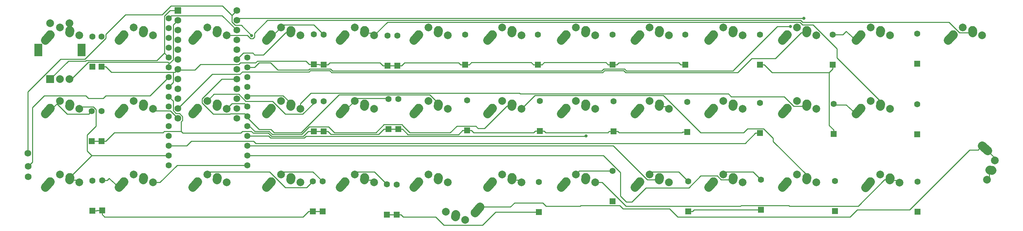
<source format=gtl>
G04 #@! TF.GenerationSoftware,KiCad,Pcbnew,(5.1.5-0-10_14)*
G04 #@! TF.CreationDate,2021-05-19T21:25:40+03:00*
G04 #@! TF.ProjectId,PRKL30,50524b4c-3330-42e6-9b69-6361645f7063,rev?*
G04 #@! TF.SameCoordinates,Original*
G04 #@! TF.FileFunction,Copper,L1,Top*
G04 #@! TF.FilePolarity,Positive*
%FSLAX46Y46*%
G04 Gerber Fmt 4.6, Leading zero omitted, Abs format (unit mm)*
G04 Created by KiCad (PCBNEW (5.1.5-0-10_14)) date 2021-05-19 21:25:40*
%MOMM*%
%LPD*%
G04 APERTURE LIST*
%ADD10C,1.600000*%
%ADD11R,1.600000X1.600000*%
%ADD12R,2.000000X2.000000*%
%ADD13C,2.000000*%
%ADD14R,2.000000X3.200000*%
%ADD15C,2.250000*%
%ADD16C,2.250000*%
%ADD17C,1.752600*%
%ADD18R,1.752600X1.752600*%
%ADD19C,0.800000*%
%ADD20C,0.250000*%
G04 APERTURE END LIST*
D10*
X146558000Y-62902000D03*
D11*
X146558000Y-70702000D03*
D12*
X59412500Y-74175000D03*
D13*
X61912500Y-74175000D03*
X64412500Y-74175000D03*
D14*
X56312500Y-66675000D03*
X67512500Y-66675000D03*
D13*
X59412500Y-59675000D03*
X64412500Y-59675000D03*
D10*
X110363000Y-68580000D03*
X110363000Y-71120000D03*
X110363000Y-73660000D03*
X110363000Y-76200000D03*
X110363000Y-78740000D03*
X110363000Y-81280000D03*
X110363000Y-83820000D03*
X110363000Y-86360000D03*
X110363000Y-88900000D03*
X110363000Y-96520000D03*
X110363000Y-91440000D03*
X110363000Y-93980000D03*
X90043000Y-58420000D03*
X90043000Y-60960000D03*
X90043000Y-63500000D03*
X90043000Y-66040000D03*
X90043000Y-68580000D03*
X90043000Y-71120000D03*
X90043000Y-73660000D03*
X90043000Y-76200000D03*
X90043000Y-78740000D03*
X90043000Y-81280000D03*
X90043000Y-83820000D03*
X90043000Y-86360000D03*
X90043000Y-88900000D03*
X90043000Y-91440000D03*
X90043000Y-93980000D03*
X90043000Y-96520000D03*
D15*
X164188000Y-109275000D02*
X164148458Y-109855032D01*
D16*
X164148000Y-109855000D03*
D15*
X170498000Y-107315000D02*
X169188010Y-108775008D01*
D16*
X169188000Y-108775000D03*
D13*
X161688000Y-108575000D03*
X166688000Y-110675000D03*
X303600000Y-95250000D03*
X301500000Y-100250000D03*
D16*
X301700000Y-92750000D03*
D15*
X300240000Y-91440000D02*
X301700008Y-92749990D01*
D16*
X302780000Y-97790000D03*
D15*
X302200000Y-97750000D02*
X302780032Y-97789542D01*
D10*
X130048000Y-62648000D03*
D11*
X130048000Y-70448000D03*
D17*
X107620000Y-56430000D03*
X92380000Y-84370000D03*
X107620000Y-58970000D03*
X107620000Y-61510000D03*
X107620000Y-64050000D03*
X107620000Y-66590000D03*
X107620000Y-69130000D03*
X107620000Y-71670000D03*
X107620000Y-74210000D03*
X107620000Y-76750000D03*
X107620000Y-79290000D03*
X107620000Y-81830000D03*
X107620000Y-84370000D03*
X92380000Y-81830000D03*
X92380000Y-79290000D03*
X92380000Y-76750000D03*
X92380000Y-74210000D03*
X92380000Y-71670000D03*
X92380000Y-69130000D03*
X92380000Y-66590000D03*
X92380000Y-64050000D03*
X92380000Y-61510000D03*
X92380000Y-58970000D03*
D18*
X92380000Y-56430000D03*
D10*
X70300000Y-63156000D03*
D11*
X70300000Y-70956000D03*
D10*
X72644000Y-63156000D03*
D11*
X72644000Y-70956000D03*
D10*
X127508000Y-62597000D03*
D11*
X127508000Y-70397000D03*
X149098000Y-70702000D03*
D10*
X149098000Y-62902000D03*
D11*
X166624000Y-70448000D03*
D10*
X166624000Y-62648000D03*
D11*
X185420000Y-70448000D03*
D10*
X185420000Y-62648000D03*
D11*
X204724000Y-70448000D03*
D10*
X204724000Y-62648000D03*
D11*
X223520000Y-70448000D03*
D10*
X223520000Y-62648000D03*
D11*
X242824000Y-70448000D03*
D10*
X242824000Y-62648000D03*
D11*
X261620000Y-70448000D03*
D10*
X261620000Y-62648000D03*
D11*
X283464000Y-70245000D03*
D10*
X283464000Y-62445000D03*
D11*
X70104000Y-90311000D03*
D10*
X70104000Y-82511000D03*
D11*
X72644000Y-90260000D03*
D10*
X72644000Y-82460000D03*
D11*
X127508000Y-87720000D03*
D10*
X127508000Y-79920000D03*
D11*
X130048000Y-87736000D03*
D10*
X130048000Y-79936000D03*
D11*
X146812000Y-87161000D03*
D10*
X146812000Y-79361000D03*
D11*
X149352000Y-87161000D03*
D10*
X149352000Y-79361000D03*
D11*
X167132000Y-87517000D03*
D10*
X167132000Y-79717000D03*
X185928000Y-79826000D03*
D11*
X185928000Y-87626000D03*
D10*
X204978000Y-79920000D03*
D11*
X204978000Y-87720000D03*
D10*
X224028000Y-80080000D03*
D11*
X224028000Y-87880000D03*
D10*
X242824000Y-80377000D03*
D11*
X242824000Y-88177000D03*
D10*
X261874000Y-80631000D03*
D11*
X261874000Y-88431000D03*
D10*
X70300000Y-100500000D03*
D11*
X70300000Y-108300000D03*
D10*
X72800000Y-100400000D03*
D11*
X72800000Y-108200000D03*
D10*
X127300000Y-100700000D03*
D11*
X127300000Y-108500000D03*
D10*
X129800000Y-100700000D03*
D11*
X129800000Y-108500000D03*
D10*
X146420000Y-101480000D03*
D11*
X146420000Y-109280000D03*
D10*
X148930000Y-101500000D03*
D11*
X148930000Y-109300000D03*
D10*
X185740000Y-100842000D03*
D11*
X185740000Y-108642000D03*
D10*
X204786000Y-98016000D03*
D11*
X204786000Y-105816000D03*
D10*
X224282000Y-100658000D03*
D11*
X224282000Y-108458000D03*
X243078000Y-108040000D03*
D10*
X243078000Y-100240000D03*
D11*
X262276000Y-108376000D03*
D10*
X262276000Y-100576000D03*
D11*
X283566000Y-108556000D03*
D10*
X283566000Y-100756000D03*
D15*
X64412500Y-62175000D02*
X64452042Y-61594968D01*
D16*
X64452500Y-61595000D03*
D15*
X58102500Y-64135000D02*
X59412490Y-62674992D01*
D16*
X59412500Y-62675000D03*
D13*
X66912500Y-62875000D03*
X61912500Y-60775000D03*
X80962500Y-60775000D03*
X85962500Y-62875000D03*
D16*
X78462500Y-62675000D03*
D15*
X77152500Y-64135000D02*
X78462490Y-62674992D01*
D16*
X83502500Y-61595000D03*
D15*
X83462500Y-62175000D02*
X83502042Y-61594968D01*
X102512000Y-62175000D02*
X102551542Y-61594968D01*
D16*
X102552000Y-61595000D03*
D15*
X96202000Y-64135000D02*
X97511990Y-62674992D01*
D16*
X97512000Y-62675000D03*
D13*
X105012000Y-62875000D03*
X100012000Y-60775000D03*
X119062000Y-60775000D03*
X124062000Y-62875000D03*
D16*
X116562000Y-62675000D03*
D15*
X115252000Y-64135000D02*
X116561990Y-62674992D01*
D16*
X121602000Y-61595000D03*
D15*
X121562000Y-62175000D02*
X121601542Y-61594968D01*
D13*
X138112000Y-60775000D03*
X143112000Y-62875000D03*
D16*
X135612000Y-62675000D03*
D15*
X134302000Y-64135000D02*
X135611990Y-62674992D01*
D16*
X140652000Y-61595000D03*
D15*
X140612000Y-62175000D02*
X140651542Y-61594968D01*
D13*
X157162000Y-60775000D03*
X162162000Y-62875000D03*
D16*
X154662000Y-62675000D03*
D15*
X153352000Y-64135000D02*
X154661990Y-62674992D01*
D16*
X159702000Y-61595000D03*
D15*
X159662000Y-62175000D02*
X159701542Y-61594968D01*
D13*
X176212000Y-60775000D03*
X181212000Y-62875000D03*
D16*
X173712000Y-62675000D03*
D15*
X172402000Y-64135000D02*
X173711990Y-62674992D01*
D16*
X178752000Y-61595000D03*
D15*
X178712000Y-62175000D02*
X178751542Y-61594968D01*
D13*
X195262000Y-60775000D03*
X200262000Y-62875000D03*
D16*
X192762000Y-62675000D03*
D15*
X191452000Y-64135000D02*
X192761990Y-62674992D01*
D16*
X197802000Y-61595000D03*
D15*
X197762000Y-62175000D02*
X197801542Y-61594968D01*
D13*
X214312000Y-60775000D03*
X219312000Y-62875000D03*
D16*
X211812000Y-62675000D03*
D15*
X210502000Y-64135000D02*
X211811990Y-62674992D01*
D16*
X216852000Y-61595000D03*
D15*
X216812000Y-62175000D02*
X216851542Y-61594968D01*
X235862000Y-62175000D02*
X235901542Y-61594968D01*
D16*
X235902000Y-61595000D03*
D15*
X229552000Y-64135000D02*
X230861990Y-62674992D01*
D16*
X230862000Y-62675000D03*
D13*
X238362000Y-62875000D03*
X233362000Y-60775000D03*
X252412000Y-60775000D03*
X257412000Y-62875000D03*
D16*
X249912000Y-62675000D03*
D15*
X248602000Y-64135000D02*
X249911990Y-62674992D01*
D16*
X254952000Y-61595000D03*
D15*
X254912000Y-62175000D02*
X254951542Y-61594968D01*
D13*
X271462000Y-60775000D03*
X276462000Y-62875000D03*
D16*
X268962000Y-62675000D03*
D15*
X267652000Y-64135000D02*
X268961990Y-62674992D01*
D16*
X274002000Y-61595000D03*
D15*
X273962000Y-62175000D02*
X274001542Y-61594968D01*
D13*
X61912500Y-79825000D03*
X66912500Y-81925000D03*
D16*
X59412500Y-81725000D03*
D15*
X58102500Y-83185000D02*
X59412490Y-81724992D01*
D16*
X64452500Y-80645000D03*
D15*
X64412500Y-81225000D02*
X64452042Y-80644968D01*
D13*
X80962500Y-79825000D03*
X85962500Y-81925000D03*
D16*
X78462500Y-81725000D03*
D15*
X77152500Y-83185000D02*
X78462490Y-81724992D01*
D16*
X83502500Y-80645000D03*
D15*
X83462500Y-81225000D02*
X83502042Y-80644968D01*
D13*
X100012000Y-79825000D03*
X105012000Y-81925000D03*
D16*
X97512000Y-81725000D03*
D15*
X96202000Y-83185000D02*
X97511990Y-81724992D01*
D16*
X102552000Y-80645000D03*
D15*
X102512000Y-81225000D02*
X102551542Y-80644968D01*
D13*
X119062000Y-79825000D03*
X124062000Y-81925000D03*
D16*
X116562000Y-81725000D03*
D15*
X115252000Y-83185000D02*
X116561990Y-81724992D01*
D16*
X121602000Y-80645000D03*
D15*
X121562000Y-81225000D02*
X121601542Y-80644968D01*
D13*
X138112000Y-79825000D03*
X143112000Y-81925000D03*
D16*
X135612000Y-81725000D03*
D15*
X134302000Y-83185000D02*
X135611990Y-81724992D01*
D16*
X140652000Y-80645000D03*
D15*
X140612000Y-81225000D02*
X140651542Y-80644968D01*
D13*
X157162000Y-79825000D03*
X162162000Y-81925000D03*
D16*
X154662000Y-81725000D03*
D15*
X153352000Y-83185000D02*
X154661990Y-81724992D01*
D16*
X159702000Y-80645000D03*
D15*
X159662000Y-81225000D02*
X159701542Y-80644968D01*
D13*
X176212000Y-79825000D03*
X181212000Y-81925000D03*
D16*
X173712000Y-81725000D03*
D15*
X172402000Y-83185000D02*
X173711990Y-81724992D01*
D16*
X178752000Y-80645000D03*
D15*
X178712000Y-81225000D02*
X178751542Y-80644968D01*
D13*
X195262000Y-79825000D03*
X200262000Y-81925000D03*
D16*
X192762000Y-81725000D03*
D15*
X191452000Y-83185000D02*
X192761990Y-81724992D01*
D16*
X197802000Y-80645000D03*
D15*
X197762000Y-81225000D02*
X197801542Y-80644968D01*
X216812000Y-81225000D02*
X216851542Y-80644968D01*
D16*
X216852000Y-80645000D03*
D15*
X210502000Y-83185000D02*
X211811990Y-81724992D01*
D16*
X211812000Y-81725000D03*
D13*
X219312000Y-81925000D03*
X214312000Y-79825000D03*
D15*
X235862000Y-81225000D02*
X235901542Y-80644968D01*
D16*
X235902000Y-80645000D03*
D15*
X229552000Y-83185000D02*
X230861990Y-81724992D01*
D16*
X230862000Y-81725000D03*
D13*
X238362000Y-81925000D03*
X233362000Y-79825000D03*
D15*
X254912000Y-81225000D02*
X254951542Y-80644968D01*
D16*
X254952000Y-80645000D03*
D15*
X248602000Y-83185000D02*
X249911990Y-81724992D01*
D16*
X249912000Y-81725000D03*
D13*
X257412000Y-81925000D03*
X252412000Y-79825000D03*
D15*
X273962000Y-81225000D02*
X274001542Y-80644968D01*
D16*
X274002000Y-80645000D03*
D15*
X267652000Y-83185000D02*
X268961990Y-81724992D01*
D16*
X268962000Y-81725000D03*
D13*
X276462000Y-81925000D03*
X271462000Y-79825000D03*
D15*
X64412500Y-100275000D02*
X64452042Y-99694968D01*
D16*
X64452500Y-99695000D03*
D15*
X58102500Y-102235000D02*
X59412490Y-100774992D01*
D16*
X59412500Y-100775000D03*
D13*
X66912500Y-100975000D03*
X61912500Y-98875000D03*
D15*
X83462500Y-100275000D02*
X83502042Y-99694968D01*
D16*
X83502500Y-99695000D03*
D15*
X77152500Y-102235000D02*
X78462490Y-100774992D01*
D16*
X78462500Y-100775000D03*
D13*
X85962500Y-100975000D03*
X80962500Y-98875000D03*
D15*
X102512000Y-100275000D02*
X102551542Y-99694968D01*
D16*
X102552000Y-99695000D03*
D15*
X96202000Y-102235000D02*
X97511990Y-100774992D01*
D16*
X97512000Y-100775000D03*
D13*
X105012000Y-100975000D03*
X100012000Y-98875000D03*
D15*
X121562000Y-100275000D02*
X121601542Y-99694968D01*
D16*
X121602000Y-99695000D03*
D15*
X115252000Y-102235000D02*
X116561990Y-100774992D01*
D16*
X116562000Y-100775000D03*
D13*
X124062000Y-100975000D03*
X119062000Y-98875000D03*
D15*
X140612000Y-100275000D02*
X140651542Y-99694968D01*
D16*
X140652000Y-99695000D03*
D15*
X134302000Y-102235000D02*
X135611990Y-100774992D01*
D16*
X135612000Y-100775000D03*
D13*
X143112000Y-100975000D03*
X138112000Y-98875000D03*
X157162000Y-98875000D03*
X162162000Y-100975000D03*
D16*
X154662000Y-100775000D03*
D15*
X153352000Y-102235000D02*
X154661990Y-100774992D01*
D16*
X159702000Y-99695000D03*
D15*
X159662000Y-100275000D02*
X159701542Y-99694968D01*
X178712000Y-100275000D02*
X178751542Y-99694968D01*
D16*
X178752000Y-99695000D03*
D15*
X172402000Y-102235000D02*
X173711990Y-100774992D01*
D16*
X173712000Y-100775000D03*
D13*
X181212000Y-100975000D03*
X176212000Y-98875000D03*
D15*
X197762000Y-100275000D02*
X197801542Y-99694968D01*
D16*
X197802000Y-99695000D03*
D15*
X191452000Y-102235000D02*
X192761990Y-100774992D01*
D16*
X192762000Y-100775000D03*
D13*
X200262000Y-100975000D03*
X195262000Y-98875000D03*
D15*
X216812000Y-100275000D02*
X216851542Y-99694968D01*
D16*
X216852000Y-99695000D03*
D15*
X210502000Y-102235000D02*
X211811990Y-100774992D01*
D16*
X211812000Y-100775000D03*
D13*
X219312000Y-100975000D03*
X214312000Y-98875000D03*
D15*
X235862000Y-100275000D02*
X235901542Y-99694968D01*
D16*
X235902000Y-99695000D03*
D15*
X229552000Y-102235000D02*
X230861990Y-100774992D01*
D16*
X230862000Y-100775000D03*
D13*
X238362000Y-100975000D03*
X233362000Y-98875000D03*
D15*
X254912000Y-100275000D02*
X254951542Y-99694968D01*
D16*
X254952000Y-99695000D03*
D15*
X248602000Y-102235000D02*
X249911990Y-100774992D01*
D16*
X249912000Y-100775000D03*
D13*
X257412000Y-100975000D03*
X252412000Y-98875000D03*
D15*
X276400000Y-100300000D02*
X276439542Y-99719968D01*
D16*
X276440000Y-99720000D03*
D15*
X270090000Y-102260000D02*
X271399990Y-100799992D01*
D16*
X271400000Y-100800000D03*
D13*
X278900000Y-101000000D03*
X273900000Y-98900000D03*
D15*
X297775000Y-62175000D02*
X297814542Y-61594968D01*
D16*
X297815000Y-61595000D03*
D15*
X291465000Y-64135000D02*
X292774990Y-62674992D01*
D16*
X292775000Y-62675000D03*
D13*
X300275000Y-62875000D03*
X295275000Y-60775000D03*
D11*
X283464000Y-88482000D03*
D10*
X283464000Y-80682000D03*
D17*
X53700000Y-96800000D03*
X53700000Y-99500000D03*
X53600000Y-93400000D03*
D19*
X197866100Y-88900000D03*
X254188400Y-58471200D03*
X111486300Y-62927800D03*
X250687900Y-60512400D03*
D20*
X119062000Y-60775000D02*
X119695000Y-60142000D01*
X119695000Y-60142000D02*
X127542000Y-60142000D01*
X127542000Y-60142000D02*
X130048000Y-62648000D01*
X116562000Y-62675000D02*
X117162000Y-62675000D01*
X117162000Y-62675000D02*
X119062000Y-60775000D01*
X267652000Y-64135000D02*
X265088200Y-61834700D01*
X261620000Y-62648000D02*
X264274900Y-62648000D01*
X264274900Y-62648000D02*
X265088200Y-61834700D01*
X61129000Y-80608500D02*
X61912500Y-79825000D01*
X59412500Y-81725000D02*
X60012500Y-81725000D01*
X60012500Y-81725000D02*
X61129000Y-80608500D01*
X61129000Y-80608500D02*
X63785500Y-83265100D01*
X63785500Y-83265100D02*
X69349900Y-83265100D01*
X69349900Y-83265100D02*
X70104000Y-82511000D01*
X59575100Y-82561300D02*
X59412500Y-82398700D01*
X59412500Y-82398700D02*
X59412500Y-81725000D01*
X58102500Y-83035000D02*
X59412500Y-81725000D01*
X58102500Y-83185000D02*
X58102500Y-83035000D01*
X100012000Y-79825000D02*
X101750400Y-78086600D01*
X101750400Y-78086600D02*
X108117000Y-78086600D01*
X108117000Y-78086600D02*
X109954400Y-79924000D01*
X109954400Y-79924000D02*
X116835400Y-79924000D01*
X116835400Y-79924000D02*
X120194900Y-83283500D01*
X120194900Y-83283500D02*
X124657200Y-83283500D01*
X124657200Y-83283500D02*
X127508000Y-80432700D01*
X127508000Y-80432700D02*
X127508000Y-79920000D01*
X96202000Y-83035000D02*
X97512000Y-81725000D01*
X96202000Y-83185000D02*
X96202000Y-83035000D01*
X135612000Y-81725000D02*
X136212000Y-81725000D01*
X136212000Y-81725000D02*
X138112000Y-79825000D01*
X138112000Y-79825000D02*
X138770500Y-79166500D01*
X138770500Y-79166500D02*
X146617500Y-79166500D01*
X146617500Y-79166500D02*
X146812000Y-79361000D01*
X267652000Y-83185000D02*
X265088200Y-80884700D01*
X265088200Y-80884700D02*
X265088100Y-80884800D01*
X265088100Y-80884800D02*
X262127800Y-80884800D01*
X262127800Y-80884800D02*
X261874000Y-80631000D01*
X77152500Y-102235000D02*
X74588700Y-99934700D01*
X74588700Y-99934700D02*
X74123400Y-100400000D01*
X74123400Y-100400000D02*
X72800000Y-100400000D01*
X97512000Y-100775000D02*
X97512000Y-101448700D01*
X97512000Y-101448700D02*
X97674600Y-101611300D01*
X100012000Y-98875000D02*
X100646800Y-98240200D01*
X100646800Y-98240200D02*
X116081700Y-98240200D01*
X116081700Y-98240200D02*
X120154200Y-102312700D01*
X120154200Y-102312700D02*
X125687300Y-102312700D01*
X125687300Y-102312700D02*
X127300000Y-100700000D01*
X96202000Y-102085000D02*
X97512000Y-100775000D01*
X96202000Y-102235000D02*
X96202000Y-102085000D01*
X119062000Y-98875000D02*
X119725700Y-98211300D01*
X119725700Y-98211300D02*
X127311300Y-98211300D01*
X127311300Y-98211300D02*
X129800000Y-100700000D01*
X138112000Y-98875000D02*
X138758800Y-98228200D01*
X138758800Y-98228200D02*
X143168200Y-98228200D01*
X143168200Y-98228200D02*
X146420000Y-101480000D01*
X195262000Y-98875000D02*
X196121000Y-98016000D01*
X196121000Y-98016000D02*
X204786000Y-98016000D01*
X214312000Y-98875000D02*
X214952900Y-98234100D01*
X214952900Y-98234100D02*
X221858100Y-98234100D01*
X221858100Y-98234100D02*
X224282000Y-100658000D01*
X233362000Y-98875000D02*
X233994900Y-98242100D01*
X233994900Y-98242100D02*
X241080100Y-98242100D01*
X241080100Y-98242100D02*
X243078000Y-100240000D01*
X126382700Y-70397000D02*
X125483100Y-69497400D01*
X125483100Y-69497400D02*
X112955100Y-69497400D01*
X112955100Y-69497400D02*
X112504800Y-69947700D01*
X112504800Y-69947700D02*
X108565000Y-69947700D01*
X108565000Y-69947700D02*
X108112700Y-70400000D01*
X108112700Y-70400000D02*
X98224900Y-70400000D01*
X98224900Y-70400000D02*
X96787600Y-71837300D01*
X96787600Y-71837300D02*
X92547300Y-71837300D01*
X92547300Y-71837300D02*
X92380000Y-71670000D01*
X127508000Y-70397000D02*
X126382700Y-70397000D01*
X128922700Y-70448000D02*
X128871700Y-70397000D01*
X128871700Y-70397000D02*
X127508000Y-70397000D01*
X92380000Y-71670000D02*
X91660000Y-72390000D01*
X91660000Y-72390000D02*
X91178300Y-72390000D01*
X91178300Y-72390000D02*
X75203300Y-72390000D01*
X75203300Y-72390000D02*
X73769300Y-70956000D01*
X91178300Y-72390000D02*
X91178300Y-75064700D01*
X91178300Y-75064700D02*
X90043000Y-76200000D01*
X72644000Y-70956000D02*
X73769300Y-70956000D01*
X204724000Y-70448000D02*
X205849300Y-70448000D01*
X223520000Y-70448000D02*
X222394700Y-70448000D01*
X222394700Y-70448000D02*
X221886100Y-69939400D01*
X221886100Y-69939400D02*
X206357900Y-69939400D01*
X206357900Y-69939400D02*
X205849300Y-70448000D01*
X185420000Y-70448000D02*
X186545300Y-70448000D01*
X204724000Y-70448000D02*
X203598700Y-70448000D01*
X203598700Y-70448000D02*
X203054300Y-69903600D01*
X203054300Y-69903600D02*
X187089700Y-69903600D01*
X187089700Y-69903600D02*
X186545300Y-70448000D01*
X166624000Y-70448000D02*
X167749300Y-70448000D01*
X185420000Y-70448000D02*
X184294700Y-70448000D01*
X184294700Y-70448000D02*
X183750300Y-69903600D01*
X183750300Y-69903600D02*
X168293700Y-69903600D01*
X168293700Y-69903600D02*
X167749300Y-70448000D01*
X130048000Y-70448000D02*
X131173300Y-70448000D01*
X146558000Y-70702000D02*
X145432700Y-70702000D01*
X145432700Y-70702000D02*
X144670600Y-69939900D01*
X144670600Y-69939900D02*
X131681400Y-69939900D01*
X131681400Y-69939900D02*
X131173300Y-70448000D01*
X149098000Y-70702000D02*
X146558000Y-70702000D01*
X149098000Y-70702000D02*
X150223300Y-70702000D01*
X166624000Y-70448000D02*
X165498700Y-70448000D01*
X165498700Y-70448000D02*
X164987300Y-69936600D01*
X164987300Y-69936600D02*
X150988700Y-69936600D01*
X150988700Y-69936600D02*
X150223300Y-70702000D01*
X130048000Y-70448000D02*
X128922700Y-70448000D01*
X93270900Y-87733600D02*
X93651400Y-88114100D01*
X93651400Y-88114100D02*
X108665600Y-88114100D01*
X108665600Y-88114100D02*
X109046100Y-87733600D01*
X109046100Y-87733600D02*
X111394500Y-87733600D01*
X111394500Y-87733600D02*
X111844800Y-88183900D01*
X111844800Y-88183900D02*
X115792300Y-88183900D01*
X115792300Y-88183900D02*
X116573700Y-88965300D01*
X116573700Y-88965300D02*
X124856700Y-88965300D01*
X124856700Y-88965300D02*
X126102000Y-87720000D01*
X126102000Y-87720000D02*
X126382700Y-87720000D01*
X73769300Y-90260000D02*
X75985000Y-88044300D01*
X75985000Y-88044300D02*
X88549500Y-88044300D01*
X88549500Y-88044300D02*
X88860200Y-87733600D01*
X88860200Y-87733600D02*
X93270900Y-87733600D01*
X93270900Y-87733600D02*
X93270900Y-85241300D01*
X93270900Y-85241300D02*
X93619600Y-84892600D01*
X93619600Y-84892600D02*
X93619600Y-83888700D01*
X93619600Y-83888700D02*
X92830900Y-83100000D01*
X92830900Y-83100000D02*
X91924400Y-83100000D01*
X91924400Y-83100000D02*
X91178300Y-82353900D01*
X91178300Y-82353900D02*
X91178300Y-79875300D01*
X91178300Y-79875300D02*
X90043000Y-78740000D01*
X131173300Y-87736000D02*
X131943800Y-88506500D01*
X131943800Y-88506500D02*
X144341200Y-88506500D01*
X144341200Y-88506500D02*
X145686700Y-87161000D01*
X150477300Y-87161000D02*
X151856000Y-88539700D01*
X151856000Y-88539700D02*
X164984000Y-88539700D01*
X164984000Y-88539700D02*
X166006700Y-87517000D01*
X130048000Y-87736000D02*
X131173300Y-87736000D01*
X130048000Y-87736000D02*
X128649300Y-87736000D01*
X128649300Y-87736000D02*
X128633300Y-87720000D01*
X146812000Y-87161000D02*
X145686700Y-87161000D01*
X149352000Y-87161000D02*
X146812000Y-87161000D01*
X185928000Y-87626000D02*
X187053300Y-87626000D01*
X204978000Y-87720000D02*
X203852700Y-87720000D01*
X203852700Y-87720000D02*
X203528400Y-88044300D01*
X203528400Y-88044300D02*
X187471600Y-88044300D01*
X187471600Y-88044300D02*
X187053300Y-87626000D01*
X205540700Y-87720000D02*
X204978000Y-87720000D01*
X205540700Y-87720000D02*
X206103300Y-87720000D01*
X224028000Y-87880000D02*
X222902700Y-87880000D01*
X222902700Y-87880000D02*
X222738400Y-88044300D01*
X222738400Y-88044300D02*
X206427600Y-88044300D01*
X206427600Y-88044300D02*
X206103300Y-87720000D01*
X72644000Y-90260000D02*
X73769300Y-90260000D01*
X72644000Y-90260000D02*
X71280300Y-90260000D01*
X71280300Y-90260000D02*
X71229300Y-90311000D01*
X127508000Y-87720000D02*
X126382700Y-87720000D01*
X70104000Y-90311000D02*
X71229300Y-90311000D01*
X149352000Y-87161000D02*
X150477300Y-87161000D01*
X167132000Y-87517000D02*
X166006700Y-87517000D01*
X127508000Y-87720000D02*
X128633300Y-87720000D01*
X185928000Y-87626000D02*
X184802700Y-87626000D01*
X167132000Y-87517000D02*
X168257300Y-87517000D01*
X168257300Y-87517000D02*
X168830500Y-88090200D01*
X168830500Y-88090200D02*
X184338500Y-88090200D01*
X184338500Y-88090200D02*
X184802700Y-87626000D01*
X148930000Y-109300000D02*
X150055300Y-109300000D01*
X185740000Y-108642000D02*
X174490500Y-108642000D01*
X174490500Y-108642000D02*
X171129000Y-112003500D01*
X171129000Y-112003500D02*
X161110500Y-112003500D01*
X161110500Y-112003500D02*
X159007500Y-109900500D01*
X159007500Y-109900500D02*
X150655800Y-109900500D01*
X150655800Y-109900500D02*
X150055300Y-109300000D01*
X129800000Y-108500000D02*
X127300000Y-108500000D01*
X70300000Y-108300000D02*
X71425300Y-108300000D01*
X72800000Y-108200000D02*
X71525300Y-108200000D01*
X71525300Y-108200000D02*
X71425300Y-108300000D01*
X146420000Y-109280000D02*
X147545300Y-109280000D01*
X148930000Y-109300000D02*
X147565300Y-109300000D01*
X147565300Y-109300000D02*
X147545300Y-109280000D01*
X224282000Y-108458000D02*
X225407300Y-108458000D01*
X243078000Y-108040000D02*
X225825300Y-108040000D01*
X225825300Y-108040000D02*
X225407300Y-108458000D01*
X73454500Y-109904500D02*
X72800000Y-109250000D01*
X124770200Y-109904500D02*
X73454500Y-109904500D01*
X126174700Y-108500000D02*
X124770200Y-109904500D01*
X72800000Y-109250000D02*
X72800000Y-108200000D01*
X127300000Y-108500000D02*
X126174700Y-108500000D01*
X70167500Y-93980000D02*
X68978600Y-92791100D01*
X68978600Y-92791100D02*
X68978600Y-88635800D01*
X68978600Y-88635800D02*
X71243000Y-86371400D01*
X71243000Y-86371400D02*
X71243000Y-82046400D01*
X71243000Y-82046400D02*
X70536900Y-81340300D01*
X70536900Y-81340300D02*
X67497200Y-81340300D01*
X67497200Y-81340300D02*
X66912500Y-81925000D01*
X70167500Y-93980000D02*
X90043000Y-93980000D01*
X64452500Y-99695000D02*
X70167500Y-93980000D01*
X64412500Y-100275000D02*
X65886000Y-100375400D01*
X65886000Y-100375400D02*
X66312900Y-100375400D01*
X66312900Y-100375400D02*
X66912500Y-100975000D01*
X254952000Y-61595000D02*
X254952000Y-62135000D01*
X254952000Y-62135000D02*
X254912000Y-62175000D01*
X101270000Y-72940000D02*
X92380000Y-81830000D01*
X126354700Y-72293710D02*
X109062591Y-72293709D01*
X126625399Y-72023011D02*
X126354700Y-72293710D01*
X108416300Y-72940000D02*
X101270000Y-72940000D01*
X202182400Y-72496010D02*
X132139599Y-72496009D01*
X131666601Y-72023011D02*
X126625399Y-72023011D01*
X202655399Y-72023011D02*
X202182400Y-72496010D01*
X132139599Y-72496009D02*
X131666601Y-72023011D01*
X253558800Y-62175000D02*
X246857300Y-68876500D01*
X240708400Y-68876500D02*
X237068700Y-72516200D01*
X208159790Y-72516200D02*
X207666601Y-72023011D01*
X109062591Y-72293709D02*
X108416300Y-72940000D01*
X237068700Y-72516200D02*
X208159790Y-72516200D01*
X207666601Y-72023011D02*
X202655399Y-72023011D01*
X246857300Y-68876500D02*
X240708400Y-68876500D01*
X254912000Y-62175000D02*
X253558800Y-62175000D01*
X85962500Y-81925000D02*
X86442900Y-82405400D01*
X86442900Y-82405400D02*
X90415400Y-82405400D01*
X90415400Y-82405400D02*
X92380000Y-84370000D01*
X85962500Y-100975000D02*
X87743000Y-100975000D01*
X87743000Y-100975000D02*
X92198000Y-96520000D01*
X92198000Y-96520000D02*
X110363000Y-96520000D01*
X105012000Y-62875000D02*
X105047600Y-62839400D01*
X105047600Y-62839400D02*
X110372200Y-62839400D01*
X110372200Y-62839400D02*
X111185900Y-63653100D01*
X111185900Y-63653100D02*
X111786800Y-63653100D01*
X111786800Y-63653100D02*
X112211600Y-63228300D01*
X112211600Y-63228300D02*
X112211600Y-62317300D01*
X112211600Y-62317300D02*
X115549800Y-58979100D01*
X115549800Y-58979100D02*
X253390900Y-58979100D01*
X253390900Y-58979100D02*
X253826000Y-59414200D01*
X253826000Y-59414200D02*
X291686900Y-59414200D01*
X291686900Y-59414200D02*
X294447700Y-62175000D01*
X294447700Y-62175000D02*
X297775000Y-62175000D01*
X110363000Y-81280000D02*
X109643000Y-80560000D01*
X109643000Y-80560000D02*
X106377000Y-80560000D01*
X106377000Y-80560000D02*
X105012000Y-81925000D01*
X121562000Y-62175000D02*
X120215200Y-62175000D01*
X120215200Y-62175000D02*
X114511100Y-67879100D01*
X114511100Y-67879100D02*
X112250200Y-67879100D01*
X112250200Y-67879100D02*
X111797100Y-67426000D01*
X111797100Y-67426000D02*
X109324000Y-67426000D01*
X109324000Y-67426000D02*
X107620000Y-69130000D01*
X124062000Y-81925000D02*
X124062000Y-81757700D01*
X121602000Y-80645000D02*
X121602000Y-80457200D01*
X121602000Y-80457200D02*
X119619600Y-78474800D01*
X119619600Y-78474800D02*
X110628200Y-78474800D01*
X110628200Y-78474800D02*
X110363000Y-78740000D01*
X124062000Y-80510787D02*
X124062000Y-81925000D01*
X126787197Y-77785590D02*
X124062000Y-80510787D01*
X180665590Y-77785590D02*
X126787197Y-77785590D01*
X180889290Y-78009290D02*
X180665590Y-77785590D01*
X234699290Y-78009290D02*
X180889290Y-78009290D01*
X235426000Y-78736000D02*
X234699290Y-78009290D01*
X249095700Y-78736000D02*
X235426000Y-78736000D01*
X251584700Y-81225000D02*
X249095700Y-78736000D01*
X254912000Y-81225000D02*
X251584700Y-81225000D01*
X143112000Y-62875000D02*
X146557400Y-59429600D01*
X146557400Y-59429600D02*
X253204500Y-59429600D01*
X253204500Y-59429600D02*
X253870900Y-60096000D01*
X253870900Y-60096000D02*
X256572400Y-60096000D01*
X256572400Y-60096000D02*
X262745400Y-66269000D01*
X262745400Y-66269000D02*
X262745400Y-68687000D01*
X262745400Y-68687000D02*
X274002000Y-79943600D01*
X274002000Y-79943600D02*
X274002000Y-80645000D01*
X142085500Y-62275400D02*
X142512400Y-62275400D01*
X142512400Y-62275400D02*
X143112000Y-62875000D01*
X140612000Y-62175000D02*
X142085500Y-62275400D01*
X140612000Y-100275000D02*
X142085500Y-100375400D01*
X142085500Y-100375400D02*
X142512400Y-100375400D01*
X142512400Y-100375400D02*
X143112000Y-100975000D01*
X219503100Y-107783200D02*
X221621600Y-109901700D01*
X221621600Y-109901700D02*
X266155500Y-109901700D01*
X266155500Y-109901700D02*
X267994600Y-108062600D01*
X267994600Y-108062600D02*
X281505100Y-108062600D01*
X281505100Y-108062600D02*
X297033800Y-92533900D01*
X297033800Y-92533900D02*
X299258500Y-92533900D01*
X303600000Y-95250000D02*
X303600000Y-94650000D01*
X303600000Y-94650000D02*
X301700000Y-92750000D01*
X300240000Y-91440000D02*
X299258500Y-92533900D01*
X110363000Y-83820000D02*
X109684000Y-83141000D01*
X109684000Y-83141000D02*
X105996200Y-83141000D01*
X105996200Y-83141000D02*
X105863900Y-83273300D01*
X105863900Y-83273300D02*
X101563600Y-83273300D01*
X101563600Y-83273300D02*
X98685500Y-80395200D01*
X98685500Y-80395200D02*
X98685500Y-79245500D01*
X98685500Y-79245500D02*
X103721000Y-74210000D01*
X103721000Y-74210000D02*
X107620000Y-74210000D01*
X159702000Y-80645000D02*
X159702000Y-80457200D01*
X159702000Y-80457200D02*
X157480400Y-78235600D01*
X157480400Y-78235600D02*
X134087700Y-78235600D01*
X134087700Y-78235600D02*
X124258700Y-88064600D01*
X124258700Y-88064600D02*
X117265100Y-88064600D01*
X117265100Y-88064600D02*
X116451600Y-87251100D01*
X116451600Y-87251100D02*
X113404000Y-87251100D01*
X113404000Y-87251100D02*
X110363000Y-84210100D01*
X110363000Y-84210100D02*
X110363000Y-83820000D01*
X300390000Y-91440000D02*
X301700000Y-92750000D01*
X300240000Y-91440000D02*
X300390000Y-91440000D01*
X219503100Y-107783200D02*
X207463200Y-107783200D01*
X196375073Y-107093901D02*
X187563901Y-107093901D01*
X196527973Y-106941001D02*
X196375073Y-107093901D01*
X206621001Y-106941001D02*
X196527973Y-106941001D01*
X207463200Y-107783200D02*
X206621001Y-106941001D01*
X187563901Y-107093901D02*
X186726000Y-106256000D01*
X186726000Y-106256000D02*
X179426000Y-106256000D01*
X178367000Y-107315000D02*
X170498000Y-107315000D01*
X179426000Y-106256000D02*
X178367000Y-107315000D01*
X178712000Y-81225000D02*
X178712000Y-80685000D01*
X178712000Y-80685000D02*
X178752000Y-80645000D01*
X110363000Y-86360000D02*
X110883100Y-86360000D01*
X110883100Y-86360000D02*
X112256700Y-87733600D01*
X112256700Y-87733600D02*
X115978900Y-87733600D01*
X115978900Y-87733600D02*
X116760300Y-88515000D01*
X116760300Y-88515000D02*
X124445200Y-88515000D01*
X124445200Y-88515000D02*
X126382800Y-86577400D01*
X126382800Y-86577400D02*
X131378900Y-86577400D01*
X131378900Y-86577400D02*
X132857700Y-88056200D01*
X132857700Y-88056200D02*
X143581900Y-88056200D01*
X143581900Y-88056200D02*
X145650800Y-85987300D01*
X145650800Y-85987300D02*
X150331000Y-85987300D01*
X150331000Y-85987300D02*
X150486700Y-86143000D01*
X150486700Y-86143000D02*
X150486700Y-86248500D01*
X150486700Y-86248500D02*
X152327600Y-88089400D01*
X152327600Y-88089400D02*
X162798300Y-88089400D01*
X162798300Y-88089400D02*
X164496100Y-86391600D01*
X164496100Y-86391600D02*
X169421700Y-86391600D01*
X169421700Y-86391600D02*
X169986900Y-86956800D01*
X169986900Y-86956800D02*
X171636400Y-86956800D01*
X171636400Y-86956800D02*
X177368200Y-81225000D01*
X177368200Y-81225000D02*
X178712000Y-81225000D01*
X181212000Y-81925000D02*
X184677700Y-78459300D01*
X184677700Y-78459300D02*
X217902000Y-78459300D01*
X217902000Y-78459300D02*
X227507200Y-88064500D01*
X227507200Y-88064500D02*
X238660200Y-88064500D01*
X238660200Y-88064500D02*
X239673100Y-87051600D01*
X239673100Y-87051600D02*
X243772200Y-87051600D01*
X243772200Y-87051600D02*
X246261900Y-89541300D01*
X246261900Y-89541300D02*
X246261900Y-90325800D01*
X246261900Y-90325800D02*
X254952000Y-99015900D01*
X254952000Y-99015900D02*
X254952000Y-99695000D01*
X180185500Y-100375400D02*
X180612400Y-100375400D01*
X180612400Y-100375400D02*
X181212000Y-100975000D01*
X178712000Y-100275000D02*
X180185500Y-100375400D01*
X200262000Y-100975000D02*
X202048500Y-100975000D01*
X202048500Y-100975000D02*
X208197100Y-107123600D01*
X208197100Y-107123600D02*
X237791100Y-107123600D01*
X237791100Y-107123600D02*
X238000100Y-106914600D01*
X238000100Y-106914600D02*
X250318500Y-106914600D01*
X250318500Y-106914600D02*
X250504600Y-107100700D01*
X250504600Y-107100700D02*
X268246100Y-107100700D01*
X268246100Y-107100700D02*
X275046800Y-100300000D01*
X275046800Y-100300000D02*
X276400000Y-100300000D01*
X276400000Y-100300000D02*
X277873500Y-100400400D01*
X277873500Y-100400400D02*
X278300400Y-100400400D01*
X278300400Y-100400400D02*
X278900000Y-101000000D01*
X110363000Y-88900000D02*
X115871500Y-88900000D01*
X115871500Y-88900000D02*
X116388400Y-89416900D01*
X116388400Y-89416900D02*
X125042100Y-89416900D01*
X125042100Y-89416900D02*
X125469000Y-88990000D01*
X125469000Y-88990000D02*
X197776100Y-88990000D01*
X197776100Y-88990000D02*
X197866100Y-88900000D01*
X216812000Y-100275000D02*
X213743600Y-100275000D01*
X213743600Y-100275000D02*
X204908600Y-91440000D01*
X204908600Y-91440000D02*
X110363000Y-91440000D01*
X216812000Y-81225000D02*
X218285500Y-81325400D01*
X218285500Y-81325400D02*
X218712400Y-81325400D01*
X218712400Y-81325400D02*
X219312000Y-81925000D01*
X235862000Y-100275000D02*
X232793700Y-100275000D01*
X232793700Y-100275000D02*
X231805200Y-99286500D01*
X231805200Y-99286500D02*
X227557800Y-99286500D01*
X227557800Y-99286500D02*
X224492000Y-102352300D01*
X224492000Y-102352300D02*
X213387900Y-102352300D01*
X213387900Y-102352300D02*
X209721100Y-106019100D01*
X209721100Y-106019100D02*
X208325100Y-106019100D01*
X208325100Y-106019100D02*
X206809500Y-104503500D01*
X206809500Y-104503500D02*
X206809500Y-98436900D01*
X206809500Y-98436900D02*
X202352600Y-93980000D01*
X202352600Y-93980000D02*
X110363000Y-93980000D01*
X88893600Y-67430600D02*
X90043000Y-68580000D01*
X92380000Y-56430000D02*
X90349400Y-56430000D01*
X90349400Y-56430000D02*
X88893600Y-57885800D01*
X88893600Y-57885800D02*
X88893600Y-67430600D01*
X59412500Y-74175000D02*
X64087100Y-69500400D01*
X64087100Y-69500400D02*
X68528100Y-69500400D01*
X68528100Y-69500400D02*
X68692300Y-69336200D01*
X68692300Y-69336200D02*
X86988000Y-69336200D01*
X86988000Y-69336200D02*
X88893600Y-67430600D01*
X107620000Y-58970000D02*
X108118800Y-58471200D01*
X108118800Y-58471200D02*
X254188400Y-58471200D01*
X90043000Y-70020300D02*
X89832600Y-69809900D01*
X89832600Y-69809900D02*
X69287300Y-69809900D01*
X69287300Y-69809900D02*
X64922200Y-74175000D01*
X64922200Y-74175000D02*
X64412500Y-74175000D01*
X92380000Y-58970000D02*
X91178300Y-60171700D01*
X91178300Y-60171700D02*
X91178300Y-69159900D01*
X91178300Y-69159900D02*
X90317900Y-70020300D01*
X90317900Y-70020300D02*
X90043000Y-70020300D01*
X90043000Y-70020300D02*
X90043000Y-71120000D01*
X90043000Y-58420000D02*
X90732800Y-57730200D01*
X90732800Y-57730200D02*
X103840200Y-57730200D01*
X103840200Y-57730200D02*
X107620000Y-61510000D01*
X260737100Y-72456200D02*
X261620000Y-71573300D01*
X261874000Y-87305700D02*
X260737100Y-86168800D01*
X260737100Y-86168800D02*
X260737100Y-72456200D01*
X260737100Y-72456200D02*
X245957500Y-72456200D01*
X245957500Y-72456200D02*
X243949300Y-70448000D01*
X242824000Y-70448000D02*
X243949300Y-70448000D01*
X261620000Y-70448000D02*
X261620000Y-71573300D01*
X261874000Y-88431000D02*
X261874000Y-87305700D01*
X242824000Y-88177000D02*
X241698700Y-88177000D01*
X241698700Y-88177000D02*
X239007100Y-90868600D01*
X239007100Y-90868600D02*
X112533600Y-90868600D01*
X112533600Y-90868600D02*
X111951900Y-90286900D01*
X111951900Y-90286900D02*
X95861200Y-90286900D01*
X95861200Y-90286900D02*
X94708100Y-91440000D01*
X94708100Y-91440000D02*
X90043000Y-91440000D01*
X302200000Y-97750000D02*
X302099600Y-99223500D01*
X302099600Y-99223500D02*
X302099600Y-99650400D01*
X302099600Y-99650400D02*
X301500000Y-100250000D01*
X302200000Y-97750000D02*
X302740000Y-97750000D01*
X302740000Y-97750000D02*
X302780000Y-97790000D01*
X53700000Y-96800000D02*
X54819000Y-95681000D01*
X54819000Y-95681000D02*
X54819000Y-81550700D01*
X54819000Y-81550700D02*
X57870100Y-78499600D01*
X85203400Y-78499600D02*
X90043000Y-73660000D01*
X85203400Y-78499600D02*
X73762400Y-78499600D01*
X73762400Y-78499600D02*
X73066000Y-79196000D01*
X73066000Y-79196000D02*
X69266000Y-79196000D01*
X68569600Y-78499600D02*
X57870100Y-78499600D01*
X69266000Y-79196000D02*
X68569600Y-78499600D01*
X106357700Y-57692300D02*
X103893700Y-55228300D01*
X103893700Y-55228300D02*
X90609200Y-55228300D01*
X90609200Y-55228300D02*
X88332400Y-57505100D01*
X88332400Y-57505100D02*
X78851000Y-57505100D01*
X78851000Y-57505100D02*
X73772400Y-62583700D01*
X73772400Y-62583700D02*
X73772400Y-63619200D01*
X73772400Y-63619200D02*
X68369800Y-69021800D01*
X68369800Y-69021800D02*
X62052400Y-69021800D01*
X62052400Y-69021800D02*
X53600000Y-77474200D01*
X53600000Y-77474200D02*
X53600000Y-93400000D01*
X107620000Y-56430000D02*
X106357700Y-57692300D01*
X106357700Y-57692300D02*
X106357700Y-59407000D01*
X106357700Y-59407000D02*
X107190700Y-60240000D01*
X107190700Y-60240000D02*
X108798500Y-60240000D01*
X108798500Y-60240000D02*
X111486300Y-62927800D01*
X236066000Y-71856000D02*
X247317800Y-60512400D01*
X235896000Y-72026000D02*
X236066000Y-71856000D01*
X126438999Y-71573001D02*
X131853001Y-71573001D01*
X201996000Y-72046000D02*
X202468999Y-71573001D01*
X131853001Y-71573001D02*
X132326000Y-72046000D01*
X132326000Y-72046000D02*
X201996000Y-72046000D01*
X247317800Y-60512400D02*
X250687900Y-60512400D01*
X207853001Y-71573001D02*
X208306000Y-72026000D01*
X116350300Y-69947700D02*
X118246300Y-71843700D01*
X126168300Y-71843700D02*
X126438999Y-71573001D01*
X118246300Y-71843700D02*
X126168300Y-71843700D01*
X202468999Y-71573001D02*
X207853001Y-71573001D01*
X110363000Y-71120000D02*
X112194700Y-71120000D01*
X113367000Y-69947700D02*
X116350300Y-69947700D01*
X208306000Y-72026000D02*
X235896000Y-72026000D01*
X112194700Y-71120000D02*
X113367000Y-69947700D01*
M02*

</source>
